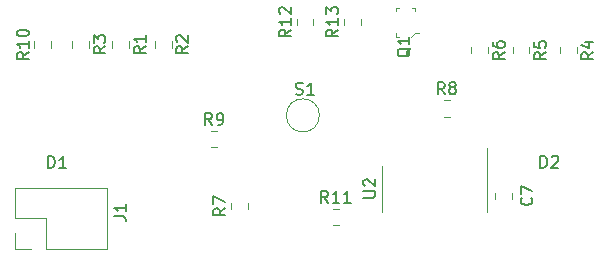
<source format=gbr>
G04 #@! TF.GenerationSoftware,KiCad,Pcbnew,(5.1.5)-3*
G04 #@! TF.CreationDate,2020-04-26T14:17:37-06:00*
G04 #@! TF.ProjectId,Dog Collar Light R1,446f6720-436f-46c6-9c61-72204c696768,rev?*
G04 #@! TF.SameCoordinates,Original*
G04 #@! TF.FileFunction,Legend,Top*
G04 #@! TF.FilePolarity,Positive*
%FSLAX46Y46*%
G04 Gerber Fmt 4.6, Leading zero omitted, Abs format (unit mm)*
G04 Created by KiCad (PCBNEW (5.1.5)-3) date 2020-04-26 14:17:37*
%MOMM*%
%LPD*%
G04 APERTURE LIST*
%ADD10C,0.120000*%
%ADD11C,0.100000*%
%ADD12C,0.150000*%
G04 APERTURE END LIST*
D10*
X196635000Y-120200000D02*
X196635000Y-116750000D01*
X196635000Y-120200000D02*
X196635000Y-122150000D01*
X187765000Y-120200000D02*
X187765000Y-118250000D01*
X187765000Y-120200000D02*
X187765000Y-122150000D01*
X198710000Y-121061252D02*
X198710000Y-120538748D01*
X197290000Y-121061252D02*
X197290000Y-120538748D01*
D11*
X188900000Y-104875000D02*
X189125000Y-104875000D01*
X188900000Y-105175000D02*
X188900000Y-104875000D01*
X190500000Y-104875000D02*
X190250000Y-104875000D01*
X190500000Y-105150000D02*
X190500000Y-104875000D01*
X188900000Y-107325000D02*
X189200000Y-107325000D01*
X188900000Y-107025000D02*
X188900000Y-107325000D01*
X190500000Y-107025000D02*
X190900000Y-107025000D01*
X190175000Y-107325000D02*
X190500000Y-107025000D01*
D10*
X164890000Y-107738748D02*
X164890000Y-108261252D01*
X166310000Y-107738748D02*
X166310000Y-108261252D01*
X168490000Y-107738748D02*
X168490000Y-108261252D01*
X169910000Y-107738748D02*
X169910000Y-108261252D01*
X161490000Y-107738748D02*
X161490000Y-108261252D01*
X162910000Y-107738748D02*
X162910000Y-108261252D01*
X202790000Y-108238748D02*
X202790000Y-108761252D01*
X204210000Y-108238748D02*
X204210000Y-108761252D01*
X198790000Y-108238748D02*
X198790000Y-108761252D01*
X200210000Y-108238748D02*
X200210000Y-108761252D01*
X195290000Y-108238748D02*
X195290000Y-108761252D01*
X196710000Y-108238748D02*
X196710000Y-108761252D01*
X176360000Y-121961252D02*
X176360000Y-121438748D01*
X174940000Y-121961252D02*
X174940000Y-121438748D01*
X192938748Y-114110000D02*
X193461252Y-114110000D01*
X192938748Y-112690000D02*
X193461252Y-112690000D01*
X173238748Y-116710000D02*
X173761252Y-116710000D01*
X173238748Y-115290000D02*
X173761252Y-115290000D01*
X159710000Y-108261252D02*
X159710000Y-107738748D01*
X158290000Y-108261252D02*
X158290000Y-107738748D01*
X183538748Y-123310000D02*
X184061252Y-123310000D01*
X183538748Y-121890000D02*
X184061252Y-121890000D01*
X181910000Y-106361252D02*
X181910000Y-105838748D01*
X180490000Y-106361252D02*
X180490000Y-105838748D01*
X185910000Y-106361252D02*
X185910000Y-105838748D01*
X184490000Y-106361252D02*
X184490000Y-105838748D01*
X156670000Y-125330000D02*
X156670000Y-124000000D01*
X158000000Y-125330000D02*
X156670000Y-125330000D01*
X156670000Y-122730000D02*
X156670000Y-120130000D01*
X159270000Y-122730000D02*
X156670000Y-122730000D01*
X159270000Y-125330000D02*
X159270000Y-122730000D01*
X156670000Y-120130000D02*
X164410000Y-120130000D01*
X159270000Y-125330000D02*
X164410000Y-125330000D01*
X164410000Y-125330000D02*
X164410000Y-120130000D01*
X182425223Y-114000000D02*
G75*
G03X182425223Y-114000000I-1400223J0D01*
G01*
D12*
X186152380Y-120961904D02*
X186961904Y-120961904D01*
X187057142Y-120914285D01*
X187104761Y-120866666D01*
X187152380Y-120771428D01*
X187152380Y-120580952D01*
X187104761Y-120485714D01*
X187057142Y-120438095D01*
X186961904Y-120390476D01*
X186152380Y-120390476D01*
X186247619Y-119961904D02*
X186200000Y-119914285D01*
X186152380Y-119819047D01*
X186152380Y-119580952D01*
X186200000Y-119485714D01*
X186247619Y-119438095D01*
X186342857Y-119390476D01*
X186438095Y-119390476D01*
X186580952Y-119438095D01*
X187152380Y-120009523D01*
X187152380Y-119390476D01*
X200357142Y-120966666D02*
X200404761Y-121014285D01*
X200452380Y-121157142D01*
X200452380Y-121252380D01*
X200404761Y-121395238D01*
X200309523Y-121490476D01*
X200214285Y-121538095D01*
X200023809Y-121585714D01*
X199880952Y-121585714D01*
X199690476Y-121538095D01*
X199595238Y-121490476D01*
X199500000Y-121395238D01*
X199452380Y-121252380D01*
X199452380Y-121157142D01*
X199500000Y-121014285D01*
X199547619Y-120966666D01*
X199452380Y-120633333D02*
X199452380Y-119966666D01*
X200452380Y-120395238D01*
X159461904Y-118452380D02*
X159461904Y-117452380D01*
X159700000Y-117452380D01*
X159842857Y-117500000D01*
X159938095Y-117595238D01*
X159985714Y-117690476D01*
X160033333Y-117880952D01*
X160033333Y-118023809D01*
X159985714Y-118214285D01*
X159938095Y-118309523D01*
X159842857Y-118404761D01*
X159700000Y-118452380D01*
X159461904Y-118452380D01*
X160985714Y-118452380D02*
X160414285Y-118452380D01*
X160700000Y-118452380D02*
X160700000Y-117452380D01*
X160604761Y-117595238D01*
X160509523Y-117690476D01*
X160414285Y-117738095D01*
X201136904Y-118427380D02*
X201136904Y-117427380D01*
X201375000Y-117427380D01*
X201517857Y-117475000D01*
X201613095Y-117570238D01*
X201660714Y-117665476D01*
X201708333Y-117855952D01*
X201708333Y-117998809D01*
X201660714Y-118189285D01*
X201613095Y-118284523D01*
X201517857Y-118379761D01*
X201375000Y-118427380D01*
X201136904Y-118427380D01*
X202089285Y-117522619D02*
X202136904Y-117475000D01*
X202232142Y-117427380D01*
X202470238Y-117427380D01*
X202565476Y-117475000D01*
X202613095Y-117522619D01*
X202660714Y-117617857D01*
X202660714Y-117713095D01*
X202613095Y-117855952D01*
X202041666Y-118427380D01*
X202660714Y-118427380D01*
X190147619Y-108295238D02*
X190100000Y-108390476D01*
X190004761Y-108485714D01*
X189861904Y-108628571D01*
X189814285Y-108723809D01*
X189814285Y-108819047D01*
X190052380Y-108771428D02*
X190004761Y-108866666D01*
X189909523Y-108961904D01*
X189719047Y-109009523D01*
X189385714Y-109009523D01*
X189195238Y-108961904D01*
X189100000Y-108866666D01*
X189052380Y-108771428D01*
X189052380Y-108580952D01*
X189100000Y-108485714D01*
X189195238Y-108390476D01*
X189385714Y-108342857D01*
X189719047Y-108342857D01*
X189909523Y-108390476D01*
X190004761Y-108485714D01*
X190052380Y-108580952D01*
X190052380Y-108771428D01*
X190052380Y-107390476D02*
X190052380Y-107961904D01*
X190052380Y-107676190D02*
X189052380Y-107676190D01*
X189195238Y-107771428D01*
X189290476Y-107866666D01*
X189338095Y-107961904D01*
X167702380Y-108166666D02*
X167226190Y-108500000D01*
X167702380Y-108738095D02*
X166702380Y-108738095D01*
X166702380Y-108357142D01*
X166750000Y-108261904D01*
X166797619Y-108214285D01*
X166892857Y-108166666D01*
X167035714Y-108166666D01*
X167130952Y-108214285D01*
X167178571Y-108261904D01*
X167226190Y-108357142D01*
X167226190Y-108738095D01*
X167702380Y-107214285D02*
X167702380Y-107785714D01*
X167702380Y-107500000D02*
X166702380Y-107500000D01*
X166845238Y-107595238D01*
X166940476Y-107690476D01*
X166988095Y-107785714D01*
X171302380Y-108166666D02*
X170826190Y-108500000D01*
X171302380Y-108738095D02*
X170302380Y-108738095D01*
X170302380Y-108357142D01*
X170350000Y-108261904D01*
X170397619Y-108214285D01*
X170492857Y-108166666D01*
X170635714Y-108166666D01*
X170730952Y-108214285D01*
X170778571Y-108261904D01*
X170826190Y-108357142D01*
X170826190Y-108738095D01*
X170397619Y-107785714D02*
X170350000Y-107738095D01*
X170302380Y-107642857D01*
X170302380Y-107404761D01*
X170350000Y-107309523D01*
X170397619Y-107261904D01*
X170492857Y-107214285D01*
X170588095Y-107214285D01*
X170730952Y-107261904D01*
X171302380Y-107833333D01*
X171302380Y-107214285D01*
X164302380Y-108166666D02*
X163826190Y-108500000D01*
X164302380Y-108738095D02*
X163302380Y-108738095D01*
X163302380Y-108357142D01*
X163350000Y-108261904D01*
X163397619Y-108214285D01*
X163492857Y-108166666D01*
X163635714Y-108166666D01*
X163730952Y-108214285D01*
X163778571Y-108261904D01*
X163826190Y-108357142D01*
X163826190Y-108738095D01*
X163302380Y-107833333D02*
X163302380Y-107214285D01*
X163683333Y-107547619D01*
X163683333Y-107404761D01*
X163730952Y-107309523D01*
X163778571Y-107261904D01*
X163873809Y-107214285D01*
X164111904Y-107214285D01*
X164207142Y-107261904D01*
X164254761Y-107309523D01*
X164302380Y-107404761D01*
X164302380Y-107690476D01*
X164254761Y-107785714D01*
X164207142Y-107833333D01*
X205602380Y-108666666D02*
X205126190Y-109000000D01*
X205602380Y-109238095D02*
X204602380Y-109238095D01*
X204602380Y-108857142D01*
X204650000Y-108761904D01*
X204697619Y-108714285D01*
X204792857Y-108666666D01*
X204935714Y-108666666D01*
X205030952Y-108714285D01*
X205078571Y-108761904D01*
X205126190Y-108857142D01*
X205126190Y-109238095D01*
X204935714Y-107809523D02*
X205602380Y-107809523D01*
X204554761Y-108047619D02*
X205269047Y-108285714D01*
X205269047Y-107666666D01*
X201602380Y-108666666D02*
X201126190Y-109000000D01*
X201602380Y-109238095D02*
X200602380Y-109238095D01*
X200602380Y-108857142D01*
X200650000Y-108761904D01*
X200697619Y-108714285D01*
X200792857Y-108666666D01*
X200935714Y-108666666D01*
X201030952Y-108714285D01*
X201078571Y-108761904D01*
X201126190Y-108857142D01*
X201126190Y-109238095D01*
X200602380Y-107761904D02*
X200602380Y-108238095D01*
X201078571Y-108285714D01*
X201030952Y-108238095D01*
X200983333Y-108142857D01*
X200983333Y-107904761D01*
X201030952Y-107809523D01*
X201078571Y-107761904D01*
X201173809Y-107714285D01*
X201411904Y-107714285D01*
X201507142Y-107761904D01*
X201554761Y-107809523D01*
X201602380Y-107904761D01*
X201602380Y-108142857D01*
X201554761Y-108238095D01*
X201507142Y-108285714D01*
X198102380Y-108666666D02*
X197626190Y-109000000D01*
X198102380Y-109238095D02*
X197102380Y-109238095D01*
X197102380Y-108857142D01*
X197150000Y-108761904D01*
X197197619Y-108714285D01*
X197292857Y-108666666D01*
X197435714Y-108666666D01*
X197530952Y-108714285D01*
X197578571Y-108761904D01*
X197626190Y-108857142D01*
X197626190Y-109238095D01*
X197102380Y-107809523D02*
X197102380Y-108000000D01*
X197150000Y-108095238D01*
X197197619Y-108142857D01*
X197340476Y-108238095D01*
X197530952Y-108285714D01*
X197911904Y-108285714D01*
X198007142Y-108238095D01*
X198054761Y-108190476D01*
X198102380Y-108095238D01*
X198102380Y-107904761D01*
X198054761Y-107809523D01*
X198007142Y-107761904D01*
X197911904Y-107714285D01*
X197673809Y-107714285D01*
X197578571Y-107761904D01*
X197530952Y-107809523D01*
X197483333Y-107904761D01*
X197483333Y-108095238D01*
X197530952Y-108190476D01*
X197578571Y-108238095D01*
X197673809Y-108285714D01*
X174452380Y-121866666D02*
X173976190Y-122200000D01*
X174452380Y-122438095D02*
X173452380Y-122438095D01*
X173452380Y-122057142D01*
X173500000Y-121961904D01*
X173547619Y-121914285D01*
X173642857Y-121866666D01*
X173785714Y-121866666D01*
X173880952Y-121914285D01*
X173928571Y-121961904D01*
X173976190Y-122057142D01*
X173976190Y-122438095D01*
X173452380Y-121533333D02*
X173452380Y-120866666D01*
X174452380Y-121295238D01*
X193033333Y-112202380D02*
X192700000Y-111726190D01*
X192461904Y-112202380D02*
X192461904Y-111202380D01*
X192842857Y-111202380D01*
X192938095Y-111250000D01*
X192985714Y-111297619D01*
X193033333Y-111392857D01*
X193033333Y-111535714D01*
X192985714Y-111630952D01*
X192938095Y-111678571D01*
X192842857Y-111726190D01*
X192461904Y-111726190D01*
X193604761Y-111630952D02*
X193509523Y-111583333D01*
X193461904Y-111535714D01*
X193414285Y-111440476D01*
X193414285Y-111392857D01*
X193461904Y-111297619D01*
X193509523Y-111250000D01*
X193604761Y-111202380D01*
X193795238Y-111202380D01*
X193890476Y-111250000D01*
X193938095Y-111297619D01*
X193985714Y-111392857D01*
X193985714Y-111440476D01*
X193938095Y-111535714D01*
X193890476Y-111583333D01*
X193795238Y-111630952D01*
X193604761Y-111630952D01*
X193509523Y-111678571D01*
X193461904Y-111726190D01*
X193414285Y-111821428D01*
X193414285Y-112011904D01*
X193461904Y-112107142D01*
X193509523Y-112154761D01*
X193604761Y-112202380D01*
X193795238Y-112202380D01*
X193890476Y-112154761D01*
X193938095Y-112107142D01*
X193985714Y-112011904D01*
X193985714Y-111821428D01*
X193938095Y-111726190D01*
X193890476Y-111678571D01*
X193795238Y-111630952D01*
X173333333Y-114802380D02*
X173000000Y-114326190D01*
X172761904Y-114802380D02*
X172761904Y-113802380D01*
X173142857Y-113802380D01*
X173238095Y-113850000D01*
X173285714Y-113897619D01*
X173333333Y-113992857D01*
X173333333Y-114135714D01*
X173285714Y-114230952D01*
X173238095Y-114278571D01*
X173142857Y-114326190D01*
X172761904Y-114326190D01*
X173809523Y-114802380D02*
X174000000Y-114802380D01*
X174095238Y-114754761D01*
X174142857Y-114707142D01*
X174238095Y-114564285D01*
X174285714Y-114373809D01*
X174285714Y-113992857D01*
X174238095Y-113897619D01*
X174190476Y-113850000D01*
X174095238Y-113802380D01*
X173904761Y-113802380D01*
X173809523Y-113850000D01*
X173761904Y-113897619D01*
X173714285Y-113992857D01*
X173714285Y-114230952D01*
X173761904Y-114326190D01*
X173809523Y-114373809D01*
X173904761Y-114421428D01*
X174095238Y-114421428D01*
X174190476Y-114373809D01*
X174238095Y-114326190D01*
X174285714Y-114230952D01*
X157802380Y-108642857D02*
X157326190Y-108976190D01*
X157802380Y-109214285D02*
X156802380Y-109214285D01*
X156802380Y-108833333D01*
X156850000Y-108738095D01*
X156897619Y-108690476D01*
X156992857Y-108642857D01*
X157135714Y-108642857D01*
X157230952Y-108690476D01*
X157278571Y-108738095D01*
X157326190Y-108833333D01*
X157326190Y-109214285D01*
X157802380Y-107690476D02*
X157802380Y-108261904D01*
X157802380Y-107976190D02*
X156802380Y-107976190D01*
X156945238Y-108071428D01*
X157040476Y-108166666D01*
X157088095Y-108261904D01*
X156802380Y-107071428D02*
X156802380Y-106976190D01*
X156850000Y-106880952D01*
X156897619Y-106833333D01*
X156992857Y-106785714D01*
X157183333Y-106738095D01*
X157421428Y-106738095D01*
X157611904Y-106785714D01*
X157707142Y-106833333D01*
X157754761Y-106880952D01*
X157802380Y-106976190D01*
X157802380Y-107071428D01*
X157754761Y-107166666D01*
X157707142Y-107214285D01*
X157611904Y-107261904D01*
X157421428Y-107309523D01*
X157183333Y-107309523D01*
X156992857Y-107261904D01*
X156897619Y-107214285D01*
X156850000Y-107166666D01*
X156802380Y-107071428D01*
X183157142Y-121402380D02*
X182823809Y-120926190D01*
X182585714Y-121402380D02*
X182585714Y-120402380D01*
X182966666Y-120402380D01*
X183061904Y-120450000D01*
X183109523Y-120497619D01*
X183157142Y-120592857D01*
X183157142Y-120735714D01*
X183109523Y-120830952D01*
X183061904Y-120878571D01*
X182966666Y-120926190D01*
X182585714Y-120926190D01*
X184109523Y-121402380D02*
X183538095Y-121402380D01*
X183823809Y-121402380D02*
X183823809Y-120402380D01*
X183728571Y-120545238D01*
X183633333Y-120640476D01*
X183538095Y-120688095D01*
X185061904Y-121402380D02*
X184490476Y-121402380D01*
X184776190Y-121402380D02*
X184776190Y-120402380D01*
X184680952Y-120545238D01*
X184585714Y-120640476D01*
X184490476Y-120688095D01*
X180002380Y-106742857D02*
X179526190Y-107076190D01*
X180002380Y-107314285D02*
X179002380Y-107314285D01*
X179002380Y-106933333D01*
X179050000Y-106838095D01*
X179097619Y-106790476D01*
X179192857Y-106742857D01*
X179335714Y-106742857D01*
X179430952Y-106790476D01*
X179478571Y-106838095D01*
X179526190Y-106933333D01*
X179526190Y-107314285D01*
X180002380Y-105790476D02*
X180002380Y-106361904D01*
X180002380Y-106076190D02*
X179002380Y-106076190D01*
X179145238Y-106171428D01*
X179240476Y-106266666D01*
X179288095Y-106361904D01*
X179097619Y-105409523D02*
X179050000Y-105361904D01*
X179002380Y-105266666D01*
X179002380Y-105028571D01*
X179050000Y-104933333D01*
X179097619Y-104885714D01*
X179192857Y-104838095D01*
X179288095Y-104838095D01*
X179430952Y-104885714D01*
X180002380Y-105457142D01*
X180002380Y-104838095D01*
X184002380Y-106742857D02*
X183526190Y-107076190D01*
X184002380Y-107314285D02*
X183002380Y-107314285D01*
X183002380Y-106933333D01*
X183050000Y-106838095D01*
X183097619Y-106790476D01*
X183192857Y-106742857D01*
X183335714Y-106742857D01*
X183430952Y-106790476D01*
X183478571Y-106838095D01*
X183526190Y-106933333D01*
X183526190Y-107314285D01*
X184002380Y-105790476D02*
X184002380Y-106361904D01*
X184002380Y-106076190D02*
X183002380Y-106076190D01*
X183145238Y-106171428D01*
X183240476Y-106266666D01*
X183288095Y-106361904D01*
X183002380Y-105457142D02*
X183002380Y-104838095D01*
X183383333Y-105171428D01*
X183383333Y-105028571D01*
X183430952Y-104933333D01*
X183478571Y-104885714D01*
X183573809Y-104838095D01*
X183811904Y-104838095D01*
X183907142Y-104885714D01*
X183954761Y-104933333D01*
X184002380Y-105028571D01*
X184002380Y-105314285D01*
X183954761Y-105409523D01*
X183907142Y-105457142D01*
X165052380Y-122533333D02*
X165766666Y-122533333D01*
X165909523Y-122580952D01*
X166004761Y-122676190D01*
X166052380Y-122819047D01*
X166052380Y-122914285D01*
X166052380Y-121533333D02*
X166052380Y-122104761D01*
X166052380Y-121819047D02*
X165052380Y-121819047D01*
X165195238Y-121914285D01*
X165290476Y-122009523D01*
X165338095Y-122104761D01*
X180438095Y-112204761D02*
X180580952Y-112252380D01*
X180819047Y-112252380D01*
X180914285Y-112204761D01*
X180961904Y-112157142D01*
X181009523Y-112061904D01*
X181009523Y-111966666D01*
X180961904Y-111871428D01*
X180914285Y-111823809D01*
X180819047Y-111776190D01*
X180628571Y-111728571D01*
X180533333Y-111680952D01*
X180485714Y-111633333D01*
X180438095Y-111538095D01*
X180438095Y-111442857D01*
X180485714Y-111347619D01*
X180533333Y-111300000D01*
X180628571Y-111252380D01*
X180866666Y-111252380D01*
X181009523Y-111300000D01*
X181961904Y-112252380D02*
X181390476Y-112252380D01*
X181676190Y-112252380D02*
X181676190Y-111252380D01*
X181580952Y-111395238D01*
X181485714Y-111490476D01*
X181390476Y-111538095D01*
M02*

</source>
